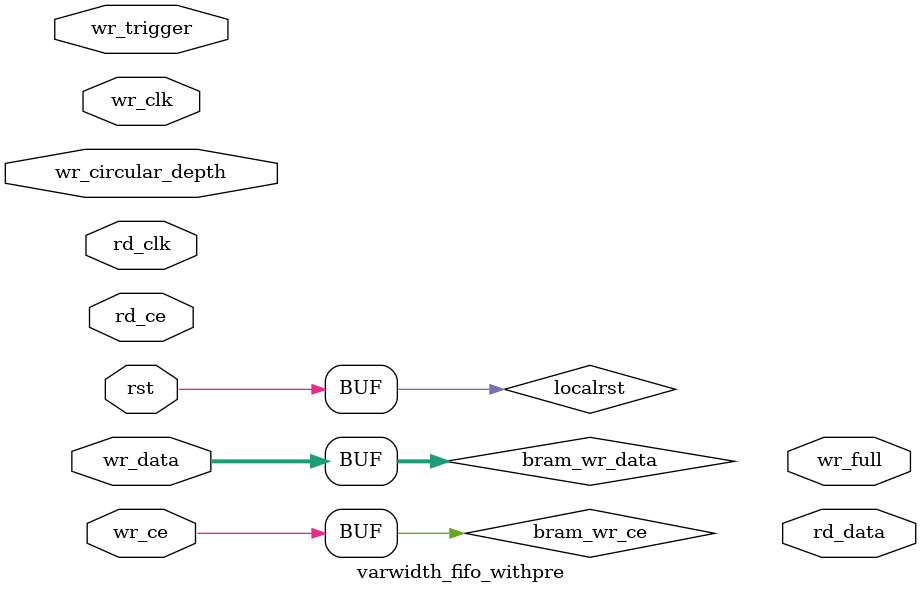
<source format=v>
`timescale 1ns / 1ps
`default_nettype none

module varwidth_fifo_withpre #(
	 parameter number_samples = 2000, 
	 parameter addr_width = 11, //TODO: calculate this from number_samples
	 
	 parameter wr_data_width = 10,
	 parameter wr_pad_width = 2,
	 parameter wr_addr_width = 32,
	 parameter wr_data_per_addr = 3,
	 
	 parameter rd_data_width = 8,
	 parameter rd_data_per_addr = 4,
	 parameter rd_pad_width = 0
    )
	 (
	 input wire rst,
	 
	 input wire [wr_data_width-1:0] wr_data,
	 input wire wr_ce,
	 input wire wr_clk,
	 
	 input wire [31:0] wr_circular_depth,
	 output wire wr_full,
	 input wire wr_trigger, //set to 1 for a single clock cycle to store in main fifo
	 
	 output wire [rd_data_width-1:0] rd_data,
	 input wire rd_ce,
	 input wire rd_clk
	 );
	 	 	 
	 wire localrst;
	 
	 //Localrst gets asserted if circ_cnt > max_circ_cnt, which will happen if the user
	 //changes the size of the max_circ_cnt dynamically
	 assign localrst = rst;
	 
	 /***** Circular Buffer Write Logic *****/
	 reg [wr_addr_width-1:0] max_circ_addr;
	 reg [wr_addr_width-1:0] circ_addr;
	 reg [4:0] max_circ_ws;
	 reg [4:0] circ_ws;
	 wire [31:0] max_circ_cnt;
	 reg [31:0] circ_cnt;
	 
	 assign max_circ_cnt = (wr_circular_depth) ? (wr_circular_depth-1) : 0;
	 
	 always @(posedge wr_clk)
		if (localrst) begin
			circ_cnt <= 0;
		//valid write cycle
		end else if (wr_ce) begin
			//If haven't counted all the way until top yet
			if (max_circ_cnt != circ_cnt)
				circ_cnt <= circ_cnt + 1;
		end
			
	 wire circ_next_addr;
	 
	 always @(posedge wr_clk)
		if (localrst) begin
			circ_ws <= 0;
			max_circ_ws <= 0;
		end
			
		//valid write cycle
		else if (wr_ce)
			//We've counted up once, just going through motions now
			if (max_circ_cnt == circ_cnt) begin
				//Special handing for last address
				if (max_circ_addr == circ_addr) begin
					if (max_circ_ws == circ_ws)
						circ_ws <= 0;
					else
						circ_ws <= circ_ws + 1;
				end else begin
					if (circ_ws == (wr_data_per_addr-1))
						circ_ws <= 0;
					else
						circ_ws <= circ_ws + 1;
				end
						
			//Haven't counted all the way up, need to calculate max_circ_ws
			end else begin
				if (circ_ws == (wr_data_per_addr-1)) begin
					circ_ws <= 0;
					max_circ_ws <= 0;
				end else begin
					circ_ws <= circ_ws + 1;
					max_circ_ws <= max_circ_ws + 1;
				end
			end
	 
	 assign circ_next_addr = (((max_circ_addr == circ_addr) && (max_circ_ws == circ_ws) && (max_circ_cnt == circ_cnt)) || (circ_ws == (wr_data_per_addr-1))) && wr_ce; 
	 			
	 always @(posedge wr_clk)
		if (localrst) begin
			max_circ_addr <= 0;
			circ_addr <= 0;
		//Address increment requested
		end else if (circ_next_addr) begin				
			//If we are below the maximum value, just increment
			if (circ_addr != max_circ_addr) begin
				circ_addr <= circ_addr + 1;
			//at maximum value
			end else begin
				//Have we actually used all bytes in circ part of buffer yet?
				//If not the max_circ_addr is NOT yet valid, need to increment
				//it as well
				if (max_circ_cnt != circ_cnt) begin
					max_circ_addr <= max_circ_addr + 1;
					circ_addr <= circ_addr + 1;
				end else begin
					circ_addr <= 0;
				end
			end
		end
	
	/***** Main Buffer Write Logic *****/
	reg [4:0] main_ws;
	reg [wr_addr_width-1:0] main_addr;
	reg [31:0] main_cnt;
	
	reg capture_in_progress;
	reg fifo_full;
		
	always @(posedge wr_clk)
		if (fifo_full | localrst) begin
			capture_in_progress <= 0;
		end else if (wr_ce) begin
			if (wr_trigger)
				capture_in_progress <= 1;
		end
			
	always @(posedge wr_clk)
		if (capture_in_progress) begin
			if (wr_ce) begin
				main_cnt <= main_cnt + 1;
			end
		end else begin
			main_cnt <= circ_cnt;
		end
			
	
	always @(posedge wr_clk)
		if (capture_in_progress) begin
			if (wr_ce) begin
				if (main_ws == (wr_data_per_addr-1)) begin
					main_ws <= 0;
					main_addr <= main_addr + 1;
				end else begin
					main_ws <= main_ws + 1;
				end
			end
		end else begin
			main_ws <= 0;
			main_addr <= max_circ_addr + 1;
		end
	
	/***** BRAM Connections *****/	
	wire [wr_data_width-1:0] bram_wr_data;
	wire [addr_width-1:0] bram_wr_addr;
	wire [4:0] bram_wr_ws;
	wire bram_wr_ce;
	wire [rd_data_width-1:0] bram_rd_data;
	wire [addr_width-1:0] bram_rd_addr;
	wire [4:0] bram_rd_ws;
	wire bram_rd_ce;
	
	assign bram_wr_ce = wr_ce;
	//if capture_in_progress == 1 we select the 'main' ws & addr, otherwise 'circ'
	assign bram_wr_ws = (capture_in_progress) ? main_ws : circ_ws;
	assign bram_wr_addr = (capture_in_progress) ? main_addr : circ_addr;
	assign bram_wr_data = wr_data;
	
	
	dram_varwidth #(.addr_width(addr_width),
						 .wr_data_width(wr_data_width),
						 .wr_pad_width(wr_pad_width),
						 .wr_data_per_addr(wr_data_per_addr),
						 .rd_data_width(rd_data_width),
						 .rd_data_per_addr(rd_data_per_addr),
						 .rd_pad_width(rd_pad_width))
	bram 
	(
		.wr_data(bram_wr_data), 
		.wr_addr(bram_wr_addr), 
		.wr_ws(bram_wr_ws), 
		.wr_ce(bram_wr_ce), 
		.wr_clk(wr_clk),
		
		.rd_data(bram_rd_data),
		.rd_addr(bram_rd_addr),
		.rd_ws(bram_rd_ws),
		.rd_ce(bram_rd_ce),
		.rd_clk(rd_clk)
	);

	
endmodule

</source>
